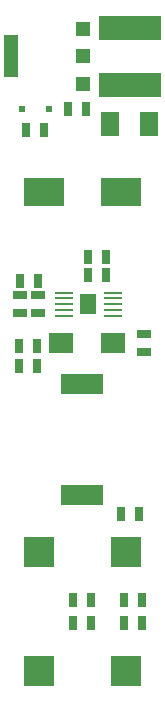
<source format=gbr>
G04 #@! TF.GenerationSoftware,KiCad,Pcbnew,5.0.2*
G04 #@! TF.CreationDate,2020-03-26T08:27:29+01:00*
G04 #@! TF.ProjectId,cowdin-dcdc,636f7764-696e-42d6-9463-64632e6b6963,1*
G04 #@! TF.SameCoordinates,Original*
G04 #@! TF.FileFunction,Paste,Top*
G04 #@! TF.FilePolarity,Positive*
%FSLAX46Y46*%
G04 Gerber Fmt 4.6, Leading zero omitted, Abs format (unit mm)*
G04 Created by KiCad (PCBNEW 5.0.2) date jeu. 26 mars 2020 08:27:29 CET*
%MOMM*%
%LPD*%
G01*
G04 APERTURE LIST*
%ADD10R,1.500000X0.200000*%
%ADD11R,1.370000X1.680000*%
%ADD12R,2.100000X1.800000*%
%ADD13R,3.560000X1.780000*%
%ADD14R,5.300000X2.000000*%
%ADD15R,0.635000X1.143000*%
%ADD16R,1.198880X1.198880*%
%ADD17R,1.198880X3.599180*%
%ADD18R,0.599440X0.599440*%
%ADD19R,3.500120X2.400300*%
%ADD20R,1.524000X2.032000*%
%ADD21R,1.143000X0.635000*%
%ADD22R,2.500000X2.500000*%
G04 APERTURE END LIST*
D10*
G04 #@! TO.C,U1*
X151100000Y-101000000D03*
X151100000Y-100500000D03*
X151100000Y-100000000D03*
X151100000Y-99500000D03*
X151100000Y-99000000D03*
X146900000Y-99000000D03*
X146900000Y-99500000D03*
X146900000Y-100000000D03*
X146900000Y-100500000D03*
X146900000Y-101000000D03*
D11*
X149000000Y-100000000D03*
G04 #@! TD*
D12*
G04 #@! TO.C,D2*
X151050000Y-103250000D03*
X146650000Y-103250000D03*
G04 #@! TD*
D13*
G04 #@! TO.C,L1*
X148500000Y-106710000D03*
X148500000Y-116110000D03*
G04 #@! TD*
D14*
G04 #@! TO.C,F1*
X152500000Y-81400000D03*
X152500000Y-76600000D03*
G04 #@! TD*
D15*
G04 #@! TO.C,R1*
X147238000Y-83500000D03*
X148762000Y-83500000D03*
G04 #@! TD*
G04 #@! TO.C,R2*
X145262000Y-85250000D03*
X143738000Y-85250000D03*
G04 #@! TD*
G04 #@! TO.C,R3*
X150512000Y-97500000D03*
X148988000Y-97500000D03*
G04 #@! TD*
D16*
G04 #@! TO.C,Q1*
X148550540Y-79000000D03*
X148550540Y-81301240D03*
X148550540Y-76698760D03*
D17*
X142449460Y-79000000D03*
G04 #@! TD*
D18*
G04 #@! TO.C,D1*
X143349380Y-83500000D03*
X145650620Y-83500000D03*
G04 #@! TD*
D19*
G04 #@! TO.C,C1*
X151751200Y-90500000D03*
X145248800Y-90500000D03*
G04 #@! TD*
D20*
G04 #@! TO.C,C2*
X150849000Y-84750000D03*
X154151000Y-84750000D03*
G04 #@! TD*
D15*
G04 #@! TO.C,C3*
X150512000Y-96000000D03*
X148988000Y-96000000D03*
G04 #@! TD*
D21*
G04 #@! TO.C,C4*
X153750000Y-104012000D03*
X153750000Y-102488000D03*
G04 #@! TD*
G04 #@! TO.C,C5*
X144750000Y-99238000D03*
X144750000Y-100762000D03*
G04 #@! TD*
G04 #@! TO.C,C6*
X143250000Y-100762000D03*
X143250000Y-99238000D03*
G04 #@! TD*
D15*
G04 #@! TO.C,R4*
X144762000Y-98000000D03*
X143238000Y-98000000D03*
G04 #@! TD*
G04 #@! TO.C,R5*
X143088000Y-105250000D03*
X144612000Y-105250000D03*
G04 #@! TD*
G04 #@! TO.C,R6*
X144612000Y-103500000D03*
X143088000Y-103500000D03*
G04 #@! TD*
G04 #@! TO.C,C7*
X153262000Y-117750000D03*
X151738000Y-117750000D03*
G04 #@! TD*
D22*
G04 #@! TO.C,C8*
X152150000Y-121000000D03*
X144850000Y-121000000D03*
G04 #@! TD*
D15*
G04 #@! TO.C,C9*
X149262000Y-125000000D03*
X147738000Y-125000000D03*
G04 #@! TD*
G04 #@! TO.C,C10*
X151998000Y-125000000D03*
X153522000Y-125000000D03*
G04 #@! TD*
G04 #@! TO.C,C11*
X147738000Y-127000000D03*
X149262000Y-127000000D03*
G04 #@! TD*
G04 #@! TO.C,C12*
X151988000Y-127000000D03*
X153512000Y-127000000D03*
G04 #@! TD*
D22*
G04 #@! TO.C,C13*
X152150000Y-131000000D03*
X144850000Y-131000000D03*
G04 #@! TD*
M02*

</source>
